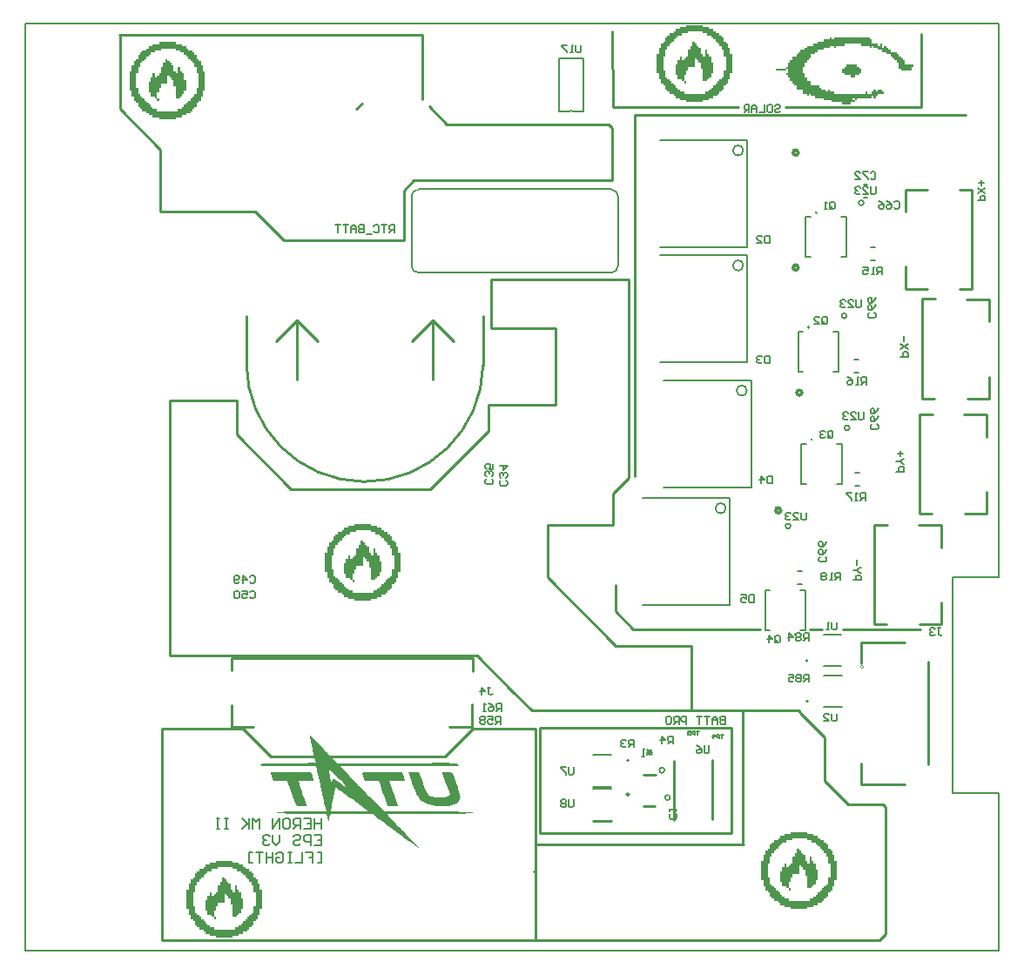
<source format=gbo>
G04*
G04 #@! TF.GenerationSoftware,Altium Limited,Altium Designer,18.1.9 (240)*
G04*
G04 Layer_Color=32896*
%FSLAX44Y44*%
%MOMM*%
G71*
G01*
G75*
%ADD10C,0.2540*%
%ADD11C,0.2000*%
%ADD12C,0.0000*%
%ADD14C,0.1524*%
%ADD16C,0.1520*%
%ADD17C,0.1270*%
%ADD142C,0.3000*%
G36*
X336296Y413512D02*
X342392D01*
Y411480D01*
X346456D01*
Y409448D01*
X348488D01*
Y407416D01*
X352552D01*
Y405384D01*
X354584D01*
Y403352D01*
X356616D01*
Y401320D01*
Y399288D01*
X358648D01*
Y397256D01*
X360680D01*
Y395224D01*
Y393192D01*
X362712D01*
Y391160D01*
Y389128D01*
Y387096D01*
X364744D01*
Y385064D01*
Y383032D01*
Y381000D01*
Y378968D01*
Y376936D01*
Y374904D01*
Y372872D01*
Y370840D01*
Y368808D01*
X362712D01*
Y366776D01*
Y364744D01*
Y362712D01*
X360680D01*
Y360680D01*
Y358648D01*
X358648D01*
Y356616D01*
X356616D01*
Y354584D01*
Y352552D01*
X354584D01*
Y350520D01*
X352552D01*
Y348488D01*
X350520D01*
Y346456D01*
X346456D01*
Y344424D01*
X342392D01*
Y342392D01*
X336296D01*
Y340360D01*
X320040D01*
Y342392D01*
X313944D01*
Y344424D01*
X309880D01*
Y346456D01*
X307848D01*
Y348488D01*
X303784D01*
Y350520D01*
X301752D01*
Y352552D01*
X299720D01*
Y354584D01*
Y356616D01*
X297688D01*
Y358648D01*
X295656D01*
Y360680D01*
Y362712D01*
X293624D01*
Y364744D01*
Y366776D01*
Y368808D01*
X291592D01*
Y370840D01*
Y372872D01*
Y374904D01*
Y376936D01*
Y378968D01*
Y381000D01*
Y383032D01*
Y385064D01*
Y387096D01*
X293624D01*
Y389128D01*
Y391160D01*
Y393192D01*
X295656D01*
Y395224D01*
Y397256D01*
X297688D01*
Y399288D01*
X299720D01*
Y401320D01*
Y403352D01*
X301752D01*
Y405384D01*
X303784D01*
Y407416D01*
X307848D01*
Y409448D01*
X309880D01*
Y411480D01*
X313944D01*
Y413512D01*
X320040D01*
Y415544D01*
X336296D01*
Y413512D01*
D02*
G37*
G36*
X760476Y113792D02*
X766572D01*
Y111760D01*
X770636D01*
Y109728D01*
X772668D01*
Y107696D01*
X776732D01*
Y105664D01*
X778764D01*
Y103632D01*
X780796D01*
Y101600D01*
Y99568D01*
X782828D01*
Y97536D01*
X784860D01*
Y95504D01*
Y93472D01*
X786892D01*
Y91440D01*
Y89408D01*
Y87376D01*
X788924D01*
Y85344D01*
Y83312D01*
Y81280D01*
Y79248D01*
Y77216D01*
Y75184D01*
Y73152D01*
Y71120D01*
Y69088D01*
X786892D01*
Y67056D01*
Y65024D01*
Y62992D01*
X784860D01*
Y60960D01*
Y58928D01*
X782828D01*
Y56896D01*
X780796D01*
Y54864D01*
Y52832D01*
X778764D01*
Y50800D01*
X776732D01*
Y48768D01*
X774700D01*
Y46736D01*
X770636D01*
Y44704D01*
X766572D01*
Y42672D01*
X760476D01*
Y40640D01*
X744220D01*
Y42672D01*
X738124D01*
Y44704D01*
X734060D01*
Y46736D01*
X732028D01*
Y48768D01*
X727964D01*
Y50800D01*
X725932D01*
Y52832D01*
X723900D01*
Y54864D01*
Y56896D01*
X721868D01*
Y58928D01*
X719836D01*
Y60960D01*
Y62992D01*
X717804D01*
Y65024D01*
Y67056D01*
Y69088D01*
X715772D01*
Y71120D01*
Y73152D01*
Y75184D01*
Y77216D01*
Y79248D01*
Y81280D01*
Y83312D01*
Y85344D01*
Y87376D01*
X717804D01*
Y89408D01*
Y91440D01*
Y93472D01*
X719836D01*
Y95504D01*
Y97536D01*
X721868D01*
Y99568D01*
X723900D01*
Y101600D01*
Y103632D01*
X725932D01*
Y105664D01*
X727964D01*
Y107696D01*
X732028D01*
Y109728D01*
X734060D01*
Y111760D01*
X738124D01*
Y113792D01*
X744220D01*
Y115824D01*
X760476D01*
Y113792D01*
D02*
G37*
G36*
X201676Y85852D02*
X207772D01*
Y83820D01*
X211836D01*
Y81788D01*
X213868D01*
Y79756D01*
X217932D01*
Y77724D01*
X219964D01*
Y75692D01*
X221996D01*
Y73660D01*
Y71628D01*
X224028D01*
Y69596D01*
X226060D01*
Y67564D01*
Y65532D01*
X228092D01*
Y63500D01*
Y61468D01*
Y59436D01*
X230124D01*
Y57404D01*
Y55372D01*
Y53340D01*
Y51308D01*
Y49276D01*
Y47244D01*
Y45212D01*
Y43180D01*
Y41148D01*
X228092D01*
Y39116D01*
Y37084D01*
Y35052D01*
X226060D01*
Y33020D01*
Y30988D01*
X224028D01*
Y28956D01*
X221996D01*
Y26924D01*
Y24892D01*
X219964D01*
Y22860D01*
X217932D01*
Y20828D01*
X215900D01*
Y18796D01*
X211836D01*
Y16764D01*
X207772D01*
Y14732D01*
X201676D01*
Y12700D01*
X185420D01*
Y14732D01*
X179324D01*
Y16764D01*
X175260D01*
Y18796D01*
X173228D01*
Y20828D01*
X169164D01*
Y22860D01*
X167132D01*
Y24892D01*
X165100D01*
Y26924D01*
Y28956D01*
X163068D01*
Y30988D01*
X161036D01*
Y33020D01*
Y35052D01*
X159004D01*
Y37084D01*
Y39116D01*
Y41148D01*
X156972D01*
Y43180D01*
Y45212D01*
Y47244D01*
Y49276D01*
Y51308D01*
Y53340D01*
Y55372D01*
Y57404D01*
Y59436D01*
X159004D01*
Y61468D01*
Y63500D01*
Y65532D01*
X161036D01*
Y67564D01*
Y69596D01*
X163068D01*
Y71628D01*
X165100D01*
Y73660D01*
Y75692D01*
X167132D01*
Y77724D01*
X169164D01*
Y79756D01*
X173228D01*
Y81788D01*
X175260D01*
Y83820D01*
X179324D01*
Y85852D01*
X185420D01*
Y87884D01*
X201676D01*
Y85852D01*
D02*
G37*
G36*
X820928Y886460D02*
X822960D01*
Y884428D01*
Y882396D01*
X829056D01*
Y880364D01*
X831088D01*
Y882396D01*
X833120D01*
Y880364D01*
Y878332D01*
X835152D01*
Y880364D01*
X837184D01*
Y878332D01*
X839216D01*
Y876300D01*
X841248D01*
Y874268D01*
X847344D01*
Y872236D01*
X849376D01*
Y870204D01*
X851408D01*
Y868172D01*
X853440D01*
Y866140D01*
X855472D01*
Y864108D01*
Y862076D01*
X863600D01*
Y860044D01*
X861568D01*
Y858012D01*
Y855980D01*
X851408D01*
Y858012D01*
X849376D01*
Y860044D01*
Y862076D01*
Y864108D01*
X847344D01*
Y866140D01*
X845312D01*
Y868172D01*
X843280D01*
Y870204D01*
X841248D01*
Y872236D01*
X837184D01*
Y874268D01*
X833120D01*
Y876300D01*
X829056D01*
Y878332D01*
X824992D01*
Y880364D01*
X822960D01*
Y878332D01*
X820928D01*
Y880364D01*
X812800D01*
Y882396D01*
X796544D01*
Y880364D01*
X788416D01*
Y878332D01*
X786384D01*
Y880364D01*
X782320D01*
Y878332D01*
X776224D01*
Y876300D01*
X770128D01*
Y874268D01*
X768096D01*
Y872236D01*
X764032D01*
Y870204D01*
Y868172D01*
X762000D01*
Y866140D01*
X759968D01*
Y864108D01*
X757936D01*
Y862076D01*
Y860044D01*
X755904D01*
Y858012D01*
Y855980D01*
Y853948D01*
X757936D01*
Y851916D01*
Y849884D01*
X759968D01*
Y847852D01*
Y845820D01*
X764032D01*
Y843788D01*
Y841756D01*
X772160D01*
Y839724D01*
X774192D01*
Y837692D01*
X778256D01*
Y835660D01*
X780288D01*
Y837692D01*
X782320D01*
Y835660D01*
X786384D01*
Y833628D01*
X816864D01*
Y835660D01*
X818896D01*
Y833628D01*
X822960D01*
Y835660D01*
X824992D01*
Y837692D01*
X827024D01*
Y835660D01*
X829056D01*
Y837692D01*
X833120D01*
Y835660D01*
X835152D01*
Y833628D01*
X829056D01*
Y831596D01*
X827024D01*
Y829564D01*
X824992D01*
Y831596D01*
X822960D01*
Y829564D01*
X808736D01*
Y827532D01*
X806704D01*
Y829564D01*
X804672D01*
Y827532D01*
X806704D01*
Y825500D01*
X802640D01*
Y823468D01*
X794512D01*
Y825500D01*
X784352D01*
Y827532D01*
X776224D01*
Y829564D01*
X768096D01*
Y831596D01*
X764032D01*
Y833628D01*
X762000D01*
Y831596D01*
X759968D01*
Y833628D01*
X755904D01*
Y835660D01*
Y837692D01*
X749808D01*
Y839724D01*
Y841756D01*
X747776D01*
Y843788D01*
X745744D01*
Y845820D01*
X743712D01*
Y847852D01*
Y849884D01*
X741680D01*
Y851916D01*
X739648D01*
Y853948D01*
X741680D01*
Y855980D01*
Y858012D01*
X739648D01*
Y860044D01*
X741680D01*
Y862076D01*
Y864108D01*
X743712D01*
Y866140D01*
X745744D01*
Y868172D01*
Y870204D01*
X749808D01*
Y872236D01*
X751840D01*
Y874268D01*
X753872D01*
Y876300D01*
X757936D01*
Y878332D01*
X759968D01*
Y880364D01*
X766064D01*
Y882396D01*
X770128D01*
Y884428D01*
X776224D01*
Y886460D01*
X782320D01*
Y888492D01*
X784352D01*
Y886460D01*
X786384D01*
Y888492D01*
X820928D01*
Y886460D01*
D02*
G37*
G36*
X739648Y855980D02*
X729488D01*
Y858012D01*
X739648D01*
Y855980D01*
D02*
G37*
G36*
X808736Y860044D02*
X810768D01*
Y858012D01*
X812800D01*
Y855980D01*
Y853948D01*
X810768D01*
Y851916D01*
X806704D01*
Y849884D01*
X802640D01*
Y851916D01*
X796544D01*
Y853948D01*
X794512D01*
Y855980D01*
Y858012D01*
X796544D01*
Y860044D01*
X798576D01*
Y862076D01*
X808736D01*
Y860044D01*
D02*
G37*
G36*
X658876Y898652D02*
X664972D01*
Y896620D01*
X669036D01*
Y894588D01*
X671068D01*
Y892556D01*
X675132D01*
Y890524D01*
X677164D01*
Y888492D01*
X679196D01*
Y886460D01*
Y884428D01*
X681228D01*
Y882396D01*
X683260D01*
Y880364D01*
Y878332D01*
X685292D01*
Y876300D01*
Y874268D01*
Y872236D01*
X687324D01*
Y870204D01*
Y868172D01*
Y866140D01*
Y864108D01*
Y862076D01*
Y860044D01*
Y858012D01*
Y855980D01*
Y853948D01*
X685292D01*
Y851916D01*
Y849884D01*
Y847852D01*
X683260D01*
Y845820D01*
Y843788D01*
X681228D01*
Y841756D01*
X679196D01*
Y839724D01*
Y837692D01*
X677164D01*
Y835660D01*
X675132D01*
Y833628D01*
X673100D01*
Y831596D01*
X669036D01*
Y829564D01*
X664972D01*
Y827532D01*
X658876D01*
Y825500D01*
X642620D01*
Y827532D01*
X636524D01*
Y829564D01*
X632460D01*
Y831596D01*
X630428D01*
Y833628D01*
X626364D01*
Y835660D01*
X624332D01*
Y837692D01*
X622300D01*
Y839724D01*
Y841756D01*
X620268D01*
Y843788D01*
X618236D01*
Y845820D01*
Y847852D01*
X616204D01*
Y849884D01*
Y851916D01*
Y853948D01*
X614172D01*
Y855980D01*
Y858012D01*
Y860044D01*
Y862076D01*
Y864108D01*
Y866140D01*
Y868172D01*
Y870204D01*
Y872236D01*
X616204D01*
Y874268D01*
Y876300D01*
Y878332D01*
X618236D01*
Y880364D01*
Y882396D01*
X620268D01*
Y884428D01*
X622300D01*
Y886460D01*
Y888492D01*
X624332D01*
Y890524D01*
X626364D01*
Y892556D01*
X630428D01*
Y894588D01*
X632460D01*
Y896620D01*
X636524D01*
Y898652D01*
X642620D01*
Y900684D01*
X658876D01*
Y898652D01*
D02*
G37*
G36*
X146304Y881888D02*
X152400D01*
Y879856D01*
X156464D01*
Y877824D01*
X158496D01*
Y875792D01*
X162560D01*
Y873760D01*
X164592D01*
Y871728D01*
X166624D01*
Y869696D01*
Y867664D01*
X168656D01*
Y865632D01*
X170688D01*
Y863600D01*
Y861568D01*
X172720D01*
Y859536D01*
Y857504D01*
Y855472D01*
X174752D01*
Y853440D01*
Y851408D01*
Y849376D01*
Y847344D01*
Y845312D01*
Y843280D01*
Y841248D01*
Y839216D01*
Y837184D01*
X172720D01*
Y835152D01*
Y833120D01*
Y831088D01*
X170688D01*
Y829056D01*
Y827024D01*
X168656D01*
Y824992D01*
X166624D01*
Y822960D01*
Y820928D01*
X164592D01*
Y818896D01*
X162560D01*
Y816864D01*
X160528D01*
Y814832D01*
X156464D01*
Y812800D01*
X152400D01*
Y810768D01*
X146304D01*
Y808736D01*
X130048D01*
Y810768D01*
X123952D01*
Y812800D01*
X119888D01*
Y814832D01*
X117856D01*
Y816864D01*
X113792D01*
Y818896D01*
X111760D01*
Y820928D01*
X109728D01*
Y822960D01*
Y824992D01*
X107696D01*
Y827024D01*
X105664D01*
Y829056D01*
Y831088D01*
X103632D01*
Y833120D01*
Y835152D01*
Y837184D01*
X101600D01*
Y839216D01*
Y841248D01*
Y843280D01*
Y845312D01*
Y847344D01*
Y849376D01*
Y851408D01*
Y853440D01*
Y855472D01*
X103632D01*
Y857504D01*
Y859536D01*
Y861568D01*
X105664D01*
Y863600D01*
Y865632D01*
X107696D01*
Y867664D01*
X109728D01*
Y869696D01*
Y871728D01*
X111760D01*
Y873760D01*
X113792D01*
Y875792D01*
X117856D01*
Y877824D01*
X119888D01*
Y879856D01*
X123952D01*
Y881888D01*
X130048D01*
Y883920D01*
X146304D01*
Y881888D01*
D02*
G37*
G36*
X358312Y173924D02*
X361827D01*
X363057Y173748D01*
X364991Y173748D01*
X365694Y173572D01*
X366573D01*
X366924Y173397D01*
X367627Y171112D01*
X368155Y169354D01*
X368682Y168123D01*
X368858Y167069D01*
X369034Y166542D01*
X369209Y166190D01*
Y166014D01*
X369034D01*
X368858Y165839D01*
X367979Y165663D01*
X366749D01*
X365342Y165487D01*
X354093Y165487D01*
X358136Y153710D01*
X362179Y141407D01*
X362003Y141231D01*
X361475Y141055D01*
X360597D01*
X359718Y140879D01*
X352511D01*
X349523Y149668D01*
X348469Y152832D01*
X347590Y155468D01*
X346711Y157577D01*
X346184Y159159D01*
X345832Y160390D01*
X345481Y161269D01*
X345305Y161620D01*
Y161796D01*
X343899Y165311D01*
X342844D01*
X341790Y165487D01*
X333880D01*
X332650Y165663D01*
X330892D01*
X330365Y165839D01*
X330013D01*
X328958Y169354D01*
X328607Y170408D01*
X328255Y171287D01*
X328080Y171990D01*
X327904Y172518D01*
X327728Y173045D01*
Y173221D01*
X327904Y173396D01*
X328607Y173572D01*
X329486D01*
X330716Y173748D01*
X332122D01*
X333880Y173924D01*
X337395D01*
X340911Y174100D01*
X356027D01*
X358312Y173924D01*
D02*
G37*
G36*
X279216Y170408D02*
X279743Y169178D01*
X280095Y168299D01*
X280271Y167420D01*
X280446Y166893D01*
X280622Y166014D01*
Y165839D01*
X280446D01*
X280271Y165663D01*
X278162D01*
X276755Y165487D01*
X267791D01*
X266912Y165311D01*
X265682D01*
Y165135D01*
X265858Y164784D01*
X266033Y164081D01*
X266385Y163378D01*
X266912Y161444D01*
X267615Y159159D01*
X268494Y157050D01*
X269021Y155117D01*
X269373Y154414D01*
X269549Y153886D01*
X269725Y153535D01*
Y153359D01*
X270428Y151426D01*
X271131Y149492D01*
X271658Y148086D01*
X272010Y146680D01*
X272361Y145449D01*
X272713Y144571D01*
X273240Y143164D01*
X273591Y142110D01*
X273767Y141758D01*
Y141407D01*
X273591Y141231D01*
X272888Y141055D01*
X272185D01*
X271131Y140879D01*
X263924D01*
X263221Y142637D01*
X262518Y144571D01*
X261639Y146504D01*
X260936Y148613D01*
X260409Y150371D01*
X259882Y151777D01*
X259530Y152832D01*
X259354Y153007D01*
Y153183D01*
X258300Y156171D01*
X257421Y158632D01*
X256718Y160741D01*
X256190Y162499D01*
X255663Y163729D01*
X255312Y164784D01*
X255136Y165311D01*
Y165487D01*
X241426D01*
X240020Y169881D01*
X238438Y174100D01*
X277634D01*
X279216Y170408D01*
D02*
G37*
G36*
X373252Y174275D02*
X373955D01*
X375713Y174100D01*
X381513D01*
X382392Y173924D01*
X382743D01*
X386610Y163905D01*
X387313Y162147D01*
X387841Y160565D01*
X388895Y158105D01*
X389774Y155996D01*
X390477Y154414D01*
X391004Y153359D01*
X391356Y152832D01*
X391708Y152480D01*
Y152304D01*
X392938Y151250D01*
X394520Y150547D01*
X396278Y150019D01*
X398035Y149668D01*
X399617Y149492D01*
X401023Y149316D01*
X405242D01*
X405945Y149492D01*
X406648D01*
X407527Y149668D01*
X408054D01*
X408933Y149844D01*
X409284D01*
X409987Y150195D01*
X410339D01*
X410866Y150371D01*
X411042Y150547D01*
X411394Y150898D01*
X411569Y151074D01*
X411921Y151426D01*
X412097Y151777D01*
X412272D01*
X412976Y152304D01*
X413151Y152480D01*
X411394Y157050D01*
X409987Y161093D01*
X408581Y164784D01*
X407351Y167948D01*
X406472Y170584D01*
X406121Y171639D01*
X405769Y172518D01*
X405593Y173221D01*
X405418Y173748D01*
X405242Y173924D01*
Y174100D01*
X412097D01*
X413327Y173924D01*
X414382Y173572D01*
X415085Y173397D01*
X415436Y173045D01*
X415788Y172694D01*
X415964Y172518D01*
X417194Y169178D01*
X418249Y166366D01*
X419303Y163729D01*
X420006Y161269D01*
X420709Y159159D01*
X421237Y157402D01*
X421764Y155820D01*
X422116Y154589D01*
X422467Y153359D01*
X422643Y152480D01*
X422818Y151777D01*
Y151074D01*
X422994Y150371D01*
Y150195D01*
X422818Y149141D01*
X422643Y148086D01*
X421764Y146328D01*
X421412Y145625D01*
X421061Y145098D01*
X420885Y144922D01*
X420709Y144746D01*
X419831Y144043D01*
X418776Y143340D01*
X416491Y142461D01*
X413854Y141758D01*
X411218Y141231D01*
X408757Y140879D01*
X406824Y140704D01*
X404890D01*
X400320Y140879D01*
X396453Y141582D01*
X393114Y142461D01*
X390477Y143516D01*
X388368Y144395D01*
X386962Y145274D01*
X386083Y145977D01*
X385732Y146152D01*
X384853Y146856D01*
X383974Y147910D01*
X382392Y150371D01*
X380634Y153183D01*
X379228Y156171D01*
X377998Y158984D01*
X377470Y160214D01*
X377119Y161269D01*
X376767Y162323D01*
X376416Y163026D01*
X376240Y163378D01*
Y163554D01*
X372549Y174451D01*
X373252Y174275D01*
D02*
G37*
G36*
X276931Y209956D02*
X277458Y209605D01*
X278689Y208550D01*
X279743Y207320D01*
X280095Y206968D01*
X280271Y206792D01*
X282731Y204332D01*
X285192Y201695D01*
X286247Y200641D01*
X287126Y199762D01*
X287653Y199234D01*
X287829Y199059D01*
X289411Y197477D01*
X290641Y196246D01*
X291696Y195192D01*
X292399Y194313D01*
X293102Y193610D01*
X293453Y193258D01*
X293805Y192907D01*
X304175Y182537D01*
X375537Y182537D01*
X379404Y182712D01*
X394520D01*
X396278Y182888D01*
X411394D01*
X413854Y182712D01*
X415612D01*
X417018Y182537D01*
X417897D01*
X418424Y182361D01*
X418600D01*
X419655Y182185D01*
X420358Y181833D01*
X421061Y181482D01*
X421412Y180955D01*
X421764Y180427D01*
Y180076D01*
X414733D01*
X412800Y179900D01*
X306284Y179900D01*
X315249Y170584D01*
X316303Y169530D01*
X317709Y168123D01*
X319291Y166366D01*
X320873Y164784D01*
X322455Y163026D01*
X323861Y161620D01*
X324740Y160741D01*
X324916Y160565D01*
X325092Y160390D01*
X327728Y157577D01*
X330189Y155117D01*
X332122Y153007D01*
X333704Y151426D01*
X334935Y150019D01*
X335813Y149141D01*
X336341Y148613D01*
X336516Y148438D01*
X349523Y135606D01*
X410339Y135606D01*
X413151Y135431D01*
X420534D01*
X422467Y135255D01*
X426158D01*
X428970Y135079D01*
X431431D01*
X433189Y134903D01*
X434595Y134728D01*
X435474D01*
X436177Y134552D01*
X436529D01*
X436704Y134376D01*
X436880D01*
X436704Y134200D01*
X436353D01*
X435825Y134024D01*
X434068D01*
X433013Y133849D01*
X430201D01*
X427037Y133673D01*
X423522Y133497D01*
X411921D01*
X408054Y133322D01*
X351984Y133321D01*
X353039Y132091D01*
X353390Y131564D01*
X353918Y130861D01*
X354796Y129982D01*
X355851Y128927D01*
X358136Y126291D01*
X360948Y123478D01*
X363585Y120666D01*
X364639Y119436D01*
X365870Y118381D01*
X366749Y117502D01*
X367452Y116799D01*
X367803Y116272D01*
X367979Y116096D01*
X370440Y113635D01*
X372549Y111526D01*
X374307Y109593D01*
X375888Y107835D01*
X377295Y106605D01*
X378525Y105374D01*
X379404Y104320D01*
X380107Y103617D01*
X381161Y102562D01*
X381689Y102035D01*
X382040Y101683D01*
X382743Y100804D01*
X383271Y100277D01*
X383974Y99398D01*
X384062Y99310D01*
X384501Y99047D01*
X384325D01*
X384062Y99310D01*
X382743Y100101D01*
X374307Y106077D01*
X370264Y109066D01*
X366397Y111878D01*
X362706Y114514D01*
X359190Y116975D01*
X356027Y119436D01*
X352863Y121721D01*
X350226Y123830D01*
X347766Y125588D01*
X345656Y127345D01*
X343899Y128576D01*
X342493Y129806D01*
X341438Y130509D01*
X340735Y131036D01*
X340559Y131212D01*
X337571Y133321D01*
X297144D01*
X296266Y131564D01*
X295914Y129806D01*
X295738Y129103D01*
Y128400D01*
Y128048D01*
Y127873D01*
Y127345D01*
X295562Y126818D01*
X295387Y126467D01*
X295211Y126291D01*
X295035Y126467D01*
X294684Y126994D01*
X294332Y128224D01*
X293981Y129279D01*
X293805Y129630D01*
Y129806D01*
X293277Y133146D01*
X269197Y133321D01*
X264803D01*
X261112Y133497D01*
X257772Y133673D01*
X254960D01*
X252499Y133849D01*
X250566D01*
X248984Y134024D01*
X247578Y134200D01*
X246699D01*
X245820Y134376D01*
X245293Y134552D01*
X244941D01*
X244590Y134728D01*
X244941Y134903D01*
X245644Y135079D01*
X246875D01*
X248281Y135255D01*
X250214D01*
X252148Y135431D01*
X256542D01*
X261112Y135606D01*
X292750D01*
X290817Y144395D01*
X290289Y147031D01*
X289762Y149492D01*
X288708Y153886D01*
X288004Y157577D01*
X287301Y160741D01*
X286774Y163026D01*
X286423Y164608D01*
X286071Y165663D01*
Y166014D01*
X285544Y168123D01*
X285192Y169881D01*
X284841Y171463D01*
X284489Y172869D01*
X284138Y174100D01*
X283962Y175330D01*
X283610Y176912D01*
X283435Y178142D01*
X283259Y178845D01*
Y179197D01*
Y179373D01*
X282907Y179548D01*
X280798D01*
X279040Y179724D01*
X274646D01*
X269549Y179900D01*
X232462D01*
X231231Y180076D01*
X230353Y180252D01*
X229825Y180427D01*
X229298Y180603D01*
X228946Y180955D01*
Y181130D01*
X229122Y181482D01*
X229474Y181833D01*
X230704Y182185D01*
X231935Y182361D01*
X235801D01*
X237559Y182537D01*
X268143D01*
X271131Y182712D01*
X273767D01*
X276052Y182888D01*
X277810D01*
X279216Y183064D01*
X281150D01*
X281677Y183239D01*
X282204D01*
X282556Y183415D01*
X280622Y190973D01*
X280446Y191852D01*
X280271Y192731D01*
X279743Y195016D01*
X279568Y195895D01*
X279392Y196774D01*
X279216Y197301D01*
Y197477D01*
X278864Y199059D01*
X278513Y200289D01*
X278337Y201519D01*
X278162Y202222D01*
Y202926D01*
X277986Y203277D01*
Y203629D01*
X277634Y204683D01*
X277458Y205738D01*
X277283Y206441D01*
Y206617D01*
X276931Y207671D01*
X276755Y208550D01*
Y209077D01*
Y209253D01*
Y210132D01*
X276931Y209956D01*
D02*
G37*
%LPC*%
G36*
X336296Y409448D02*
X322072D01*
Y407416D01*
X315976D01*
Y405384D01*
X311912D01*
Y403352D01*
X309880D01*
Y401320D01*
X307848D01*
Y399288D01*
X305816D01*
Y397256D01*
X303784D01*
Y395224D01*
X301752D01*
Y393192D01*
Y391160D01*
X299720D01*
Y389128D01*
Y387096D01*
Y385064D01*
X297688D01*
Y383032D01*
Y381000D01*
Y378968D01*
Y376936D01*
Y374904D01*
Y372872D01*
Y370840D01*
X299720D01*
Y368808D01*
Y366776D01*
Y364744D01*
X301752D01*
Y362712D01*
X303784D01*
Y360680D01*
X305816D01*
Y358648D01*
X307848D01*
Y356616D01*
X309880D01*
Y354584D01*
X311912D01*
Y352552D01*
X313944D01*
Y350520D01*
X318008D01*
Y348488D01*
X338328D01*
Y350520D01*
X342392D01*
Y352552D01*
X344424D01*
Y354584D01*
X346456D01*
Y356616D01*
X348488D01*
Y358648D01*
X350520D01*
Y360680D01*
X352552D01*
Y362712D01*
X354584D01*
Y364744D01*
X356616D01*
Y366776D01*
Y368808D01*
Y370840D01*
X358648D01*
Y372872D01*
Y374904D01*
Y376936D01*
Y378968D01*
Y381000D01*
Y383032D01*
Y385064D01*
X356616D01*
Y387096D01*
Y389128D01*
Y391160D01*
X354584D01*
Y393192D01*
Y395224D01*
X352552D01*
Y397256D01*
X350520D01*
Y399288D01*
X348488D01*
Y401320D01*
X346456D01*
Y403352D01*
X344424D01*
Y405384D01*
X340360D01*
Y407416D01*
X336296D01*
Y409448D01*
D02*
G37*
%LPD*%
G36*
X328168Y397256D02*
X330200D01*
Y395224D01*
X332232D01*
Y393192D01*
X334264D01*
Y391160D01*
Y389128D01*
Y387096D01*
X336296D01*
Y385064D01*
X338328D01*
Y387096D01*
Y389128D01*
Y391160D01*
X340360D01*
Y389128D01*
Y387096D01*
X342392D01*
Y385064D01*
X344424D01*
Y383032D01*
Y381000D01*
Y378968D01*
X346456D01*
Y376936D01*
Y374904D01*
Y372872D01*
Y370840D01*
Y368808D01*
X344424D01*
Y366776D01*
Y364744D01*
X342392D01*
Y362712D01*
X340360D01*
Y360680D01*
X336296D01*
Y362712D01*
Y364744D01*
Y366776D01*
Y368808D01*
Y370840D01*
Y372872D01*
X334264D01*
Y374904D01*
Y376936D01*
Y378968D01*
X332232D01*
Y381000D01*
X330200D01*
Y383032D01*
X328168D01*
Y381000D01*
Y378968D01*
Y376936D01*
Y374904D01*
X322072D01*
Y372872D01*
Y370840D01*
X320040D01*
Y368808D01*
Y366776D01*
X318008D01*
Y364744D01*
Y362712D01*
Y360680D01*
X320040D01*
Y358648D01*
X318008D01*
Y360680D01*
X315976D01*
Y362712D01*
X311912D01*
Y364744D01*
Y366776D01*
X309880D01*
Y368808D01*
Y370840D01*
Y372872D01*
Y374904D01*
Y376936D01*
X311912D01*
Y378968D01*
Y381000D01*
X313944D01*
Y383032D01*
Y385064D01*
X315976D01*
Y383032D01*
Y381000D01*
X318008D01*
Y383032D01*
X320040D01*
Y385064D01*
X322072D01*
Y387096D01*
Y389128D01*
Y391160D01*
X324104D01*
Y393192D01*
Y395224D01*
X326136D01*
Y397256D01*
Y399288D01*
X328168D01*
Y397256D01*
D02*
G37*
%LPC*%
G36*
X760476Y109728D02*
X746252D01*
Y107696D01*
X740156D01*
Y105664D01*
X736092D01*
Y103632D01*
X734060D01*
Y101600D01*
X732028D01*
Y99568D01*
X729996D01*
Y97536D01*
X727964D01*
Y95504D01*
X725932D01*
Y93472D01*
Y91440D01*
X723900D01*
Y89408D01*
Y87376D01*
Y85344D01*
X721868D01*
Y83312D01*
Y81280D01*
Y79248D01*
Y77216D01*
Y75184D01*
Y73152D01*
Y71120D01*
X723900D01*
Y69088D01*
Y67056D01*
Y65024D01*
X725932D01*
Y62992D01*
X727964D01*
Y60960D01*
X729996D01*
Y58928D01*
X732028D01*
Y56896D01*
X734060D01*
Y54864D01*
X736092D01*
Y52832D01*
X738124D01*
Y50800D01*
X742188D01*
Y48768D01*
X762508D01*
Y50800D01*
X766572D01*
Y52832D01*
X768604D01*
Y54864D01*
X770636D01*
Y56896D01*
X772668D01*
Y58928D01*
X774700D01*
Y60960D01*
X776732D01*
Y62992D01*
X778764D01*
Y65024D01*
X780796D01*
Y67056D01*
Y69088D01*
Y71120D01*
X782828D01*
Y73152D01*
Y75184D01*
Y77216D01*
Y79248D01*
Y81280D01*
Y83312D01*
Y85344D01*
X780796D01*
Y87376D01*
Y89408D01*
Y91440D01*
X778764D01*
Y93472D01*
Y95504D01*
X776732D01*
Y97536D01*
X774700D01*
Y99568D01*
X772668D01*
Y101600D01*
X770636D01*
Y103632D01*
X768604D01*
Y105664D01*
X764540D01*
Y107696D01*
X760476D01*
Y109728D01*
D02*
G37*
%LPD*%
G36*
X752348Y97536D02*
X754380D01*
Y95504D01*
X756412D01*
Y93472D01*
X758444D01*
Y91440D01*
Y89408D01*
Y87376D01*
X760476D01*
Y85344D01*
X762508D01*
Y87376D01*
Y89408D01*
Y91440D01*
X764540D01*
Y89408D01*
Y87376D01*
X766572D01*
Y85344D01*
X768604D01*
Y83312D01*
Y81280D01*
Y79248D01*
X770636D01*
Y77216D01*
Y75184D01*
Y73152D01*
Y71120D01*
Y69088D01*
X768604D01*
Y67056D01*
Y65024D01*
X766572D01*
Y62992D01*
X764540D01*
Y60960D01*
X760476D01*
Y62992D01*
Y65024D01*
Y67056D01*
Y69088D01*
Y71120D01*
Y73152D01*
X758444D01*
Y75184D01*
Y77216D01*
Y79248D01*
X756412D01*
Y81280D01*
X754380D01*
Y83312D01*
X752348D01*
Y81280D01*
Y79248D01*
Y77216D01*
Y75184D01*
X746252D01*
Y73152D01*
Y71120D01*
X744220D01*
Y69088D01*
Y67056D01*
X742188D01*
Y65024D01*
Y62992D01*
Y60960D01*
X744220D01*
Y58928D01*
X742188D01*
Y60960D01*
X740156D01*
Y62992D01*
X736092D01*
Y65024D01*
Y67056D01*
X734060D01*
Y69088D01*
Y71120D01*
Y73152D01*
Y75184D01*
Y77216D01*
X736092D01*
Y79248D01*
Y81280D01*
X738124D01*
Y83312D01*
Y85344D01*
X740156D01*
Y83312D01*
Y81280D01*
X742188D01*
Y83312D01*
X744220D01*
Y85344D01*
X746252D01*
Y87376D01*
Y89408D01*
Y91440D01*
X748284D01*
Y93472D01*
Y95504D01*
X750316D01*
Y97536D01*
Y99568D01*
X752348D01*
Y97536D01*
D02*
G37*
%LPC*%
G36*
X201676Y81788D02*
X187452D01*
Y79756D01*
X181356D01*
Y77724D01*
X177292D01*
Y75692D01*
X175260D01*
Y73660D01*
X173228D01*
Y71628D01*
X171196D01*
Y69596D01*
X169164D01*
Y67564D01*
X167132D01*
Y65532D01*
Y63500D01*
X165100D01*
Y61468D01*
Y59436D01*
Y57404D01*
X163068D01*
Y55372D01*
Y53340D01*
Y51308D01*
Y49276D01*
Y47244D01*
Y45212D01*
Y43180D01*
X165100D01*
Y41148D01*
Y39116D01*
Y37084D01*
X167132D01*
Y35052D01*
X169164D01*
Y33020D01*
X171196D01*
Y30988D01*
X173228D01*
Y28956D01*
X175260D01*
Y26924D01*
X177292D01*
Y24892D01*
X179324D01*
Y22860D01*
X183388D01*
Y20828D01*
X203708D01*
Y22860D01*
X207772D01*
Y24892D01*
X209804D01*
Y26924D01*
X211836D01*
Y28956D01*
X213868D01*
Y30988D01*
X215900D01*
Y33020D01*
X217932D01*
Y35052D01*
X219964D01*
Y37084D01*
X221996D01*
Y39116D01*
Y41148D01*
Y43180D01*
X224028D01*
Y45212D01*
Y47244D01*
Y49276D01*
Y51308D01*
Y53340D01*
Y55372D01*
Y57404D01*
X221996D01*
Y59436D01*
Y61468D01*
Y63500D01*
X219964D01*
Y65532D01*
Y67564D01*
X217932D01*
Y69596D01*
X215900D01*
Y71628D01*
X213868D01*
Y73660D01*
X211836D01*
Y75692D01*
X209804D01*
Y77724D01*
X205740D01*
Y79756D01*
X201676D01*
Y81788D01*
D02*
G37*
%LPD*%
G36*
X193548Y69596D02*
X195580D01*
Y67564D01*
X197612D01*
Y65532D01*
X199644D01*
Y63500D01*
Y61468D01*
Y59436D01*
X201676D01*
Y57404D01*
X203708D01*
Y59436D01*
Y61468D01*
Y63500D01*
X205740D01*
Y61468D01*
Y59436D01*
X207772D01*
Y57404D01*
X209804D01*
Y55372D01*
Y53340D01*
Y51308D01*
X211836D01*
Y49276D01*
Y47244D01*
Y45212D01*
Y43180D01*
Y41148D01*
X209804D01*
Y39116D01*
Y37084D01*
X207772D01*
Y35052D01*
X205740D01*
Y33020D01*
X201676D01*
Y35052D01*
Y37084D01*
Y39116D01*
Y41148D01*
Y43180D01*
Y45212D01*
X199644D01*
Y47244D01*
Y49276D01*
Y51308D01*
X197612D01*
Y53340D01*
X195580D01*
Y55372D01*
X193548D01*
Y53340D01*
Y51308D01*
Y49276D01*
Y47244D01*
X187452D01*
Y45212D01*
Y43180D01*
X185420D01*
Y41148D01*
Y39116D01*
X183388D01*
Y37084D01*
Y35052D01*
Y33020D01*
X185420D01*
Y30988D01*
X183388D01*
Y33020D01*
X181356D01*
Y35052D01*
X177292D01*
Y37084D01*
Y39116D01*
X175260D01*
Y41148D01*
Y43180D01*
Y45212D01*
Y47244D01*
Y49276D01*
X177292D01*
Y51308D01*
Y53340D01*
X179324D01*
Y55372D01*
Y57404D01*
X181356D01*
Y55372D01*
Y53340D01*
X183388D01*
Y55372D01*
X185420D01*
Y57404D01*
X187452D01*
Y59436D01*
Y61468D01*
Y63500D01*
X189484D01*
Y65532D01*
Y67564D01*
X191516D01*
Y69596D01*
Y71628D01*
X193548D01*
Y69596D01*
D02*
G37*
%LPC*%
G36*
X658876Y894588D02*
X644652D01*
Y892556D01*
X638556D01*
Y890524D01*
X634492D01*
Y888492D01*
X632460D01*
Y886460D01*
X630428D01*
Y884428D01*
X628396D01*
Y882396D01*
X626364D01*
Y880364D01*
X624332D01*
Y878332D01*
Y876300D01*
X622300D01*
Y874268D01*
Y872236D01*
Y870204D01*
X620268D01*
Y868172D01*
Y866140D01*
Y864108D01*
Y862076D01*
Y860044D01*
Y858012D01*
Y855980D01*
X622300D01*
Y853948D01*
Y851916D01*
Y849884D01*
X624332D01*
Y847852D01*
X626364D01*
Y845820D01*
X628396D01*
Y843788D01*
X630428D01*
Y841756D01*
X632460D01*
Y839724D01*
X634492D01*
Y837692D01*
X636524D01*
Y835660D01*
X640588D01*
Y833628D01*
X660908D01*
Y835660D01*
X664972D01*
Y837692D01*
X667004D01*
Y839724D01*
X669036D01*
Y841756D01*
X671068D01*
Y843788D01*
X673100D01*
Y845820D01*
X675132D01*
Y847852D01*
X677164D01*
Y849884D01*
X679196D01*
Y851916D01*
Y853948D01*
Y855980D01*
X681228D01*
Y858012D01*
Y860044D01*
Y862076D01*
Y864108D01*
Y866140D01*
Y868172D01*
Y870204D01*
X679196D01*
Y872236D01*
Y874268D01*
Y876300D01*
X677164D01*
Y878332D01*
Y880364D01*
X675132D01*
Y882396D01*
X673100D01*
Y884428D01*
X671068D01*
Y886460D01*
X669036D01*
Y888492D01*
X667004D01*
Y890524D01*
X662940D01*
Y892556D01*
X658876D01*
Y894588D01*
D02*
G37*
%LPD*%
G36*
X650748Y882396D02*
X652780D01*
Y880364D01*
X654812D01*
Y878332D01*
X656844D01*
Y876300D01*
Y874268D01*
Y872236D01*
X658876D01*
Y870204D01*
X660908D01*
Y872236D01*
Y874268D01*
Y876300D01*
X662940D01*
Y874268D01*
Y872236D01*
X664972D01*
Y870204D01*
X667004D01*
Y868172D01*
Y866140D01*
Y864108D01*
X669036D01*
Y862076D01*
Y860044D01*
Y858012D01*
Y855980D01*
Y853948D01*
X667004D01*
Y851916D01*
Y849884D01*
X664972D01*
Y847852D01*
X662940D01*
Y845820D01*
X658876D01*
Y847852D01*
Y849884D01*
Y851916D01*
Y853948D01*
Y855980D01*
Y858012D01*
X656844D01*
Y860044D01*
Y862076D01*
Y864108D01*
X654812D01*
Y866140D01*
X652780D01*
Y868172D01*
X650748D01*
Y866140D01*
Y864108D01*
Y862076D01*
Y860044D01*
X644652D01*
Y858012D01*
Y855980D01*
X642620D01*
Y853948D01*
Y851916D01*
X640588D01*
Y849884D01*
Y847852D01*
Y845820D01*
X642620D01*
Y843788D01*
X640588D01*
Y845820D01*
X638556D01*
Y847852D01*
X634492D01*
Y849884D01*
Y851916D01*
X632460D01*
Y853948D01*
Y855980D01*
Y858012D01*
Y860044D01*
Y862076D01*
X634492D01*
Y864108D01*
Y866140D01*
X636524D01*
Y868172D01*
Y870204D01*
X638556D01*
Y868172D01*
Y866140D01*
X640588D01*
Y868172D01*
X642620D01*
Y870204D01*
X644652D01*
Y872236D01*
Y874268D01*
Y876300D01*
X646684D01*
Y878332D01*
Y880364D01*
X648716D01*
Y882396D01*
Y884428D01*
X650748D01*
Y882396D01*
D02*
G37*
%LPC*%
G36*
X146304Y877824D02*
X132080D01*
Y875792D01*
X125984D01*
Y873760D01*
X121920D01*
Y871728D01*
X119888D01*
Y869696D01*
X117856D01*
Y867664D01*
X115824D01*
Y865632D01*
X113792D01*
Y863600D01*
X111760D01*
Y861568D01*
Y859536D01*
X109728D01*
Y857504D01*
Y855472D01*
Y853440D01*
X107696D01*
Y851408D01*
Y849376D01*
Y847344D01*
Y845312D01*
Y843280D01*
Y841248D01*
Y839216D01*
X109728D01*
Y837184D01*
Y835152D01*
Y833120D01*
X111760D01*
Y831088D01*
X113792D01*
Y829056D01*
X115824D01*
Y827024D01*
X117856D01*
Y824992D01*
X119888D01*
Y822960D01*
X121920D01*
Y820928D01*
X123952D01*
Y818896D01*
X128016D01*
Y816864D01*
X148336D01*
Y818896D01*
X152400D01*
Y820928D01*
X154432D01*
Y822960D01*
X156464D01*
Y824992D01*
X158496D01*
Y827024D01*
X160528D01*
Y829056D01*
X162560D01*
Y831088D01*
X164592D01*
Y833120D01*
X166624D01*
Y835152D01*
Y837184D01*
Y839216D01*
X168656D01*
Y841248D01*
Y843280D01*
Y845312D01*
Y847344D01*
Y849376D01*
Y851408D01*
Y853440D01*
X166624D01*
Y855472D01*
Y857504D01*
Y859536D01*
X164592D01*
Y861568D01*
Y863600D01*
X162560D01*
Y865632D01*
X160528D01*
Y867664D01*
X158496D01*
Y869696D01*
X156464D01*
Y871728D01*
X154432D01*
Y873760D01*
X150368D01*
Y875792D01*
X146304D01*
Y877824D01*
D02*
G37*
%LPD*%
G36*
X138176Y865632D02*
X140208D01*
Y863600D01*
X142240D01*
Y861568D01*
X144272D01*
Y859536D01*
Y857504D01*
Y855472D01*
X146304D01*
Y853440D01*
X148336D01*
Y855472D01*
Y857504D01*
Y859536D01*
X150368D01*
Y857504D01*
Y855472D01*
X152400D01*
Y853440D01*
X154432D01*
Y851408D01*
Y849376D01*
Y847344D01*
X156464D01*
Y845312D01*
Y843280D01*
Y841248D01*
Y839216D01*
Y837184D01*
X154432D01*
Y835152D01*
Y833120D01*
X152400D01*
Y831088D01*
X150368D01*
Y829056D01*
X146304D01*
Y831088D01*
Y833120D01*
Y835152D01*
Y837184D01*
Y839216D01*
Y841248D01*
X144272D01*
Y843280D01*
Y845312D01*
Y847344D01*
X142240D01*
Y849376D01*
X140208D01*
Y851408D01*
X138176D01*
Y849376D01*
Y847344D01*
Y845312D01*
Y843280D01*
X132080D01*
Y841248D01*
Y839216D01*
X130048D01*
Y837184D01*
Y835152D01*
X128016D01*
Y833120D01*
Y831088D01*
Y829056D01*
X130048D01*
Y827024D01*
X128016D01*
Y829056D01*
X125984D01*
Y831088D01*
X121920D01*
Y833120D01*
Y835152D01*
X119888D01*
Y837184D01*
Y839216D01*
Y841248D01*
Y843280D01*
Y845312D01*
X121920D01*
Y847344D01*
Y849376D01*
X123952D01*
Y851408D01*
Y853440D01*
X125984D01*
Y851408D01*
Y849376D01*
X128016D01*
Y851408D01*
X130048D01*
Y853440D01*
X132080D01*
Y855472D01*
Y857504D01*
Y859536D01*
X134112D01*
Y861568D01*
Y863600D01*
X136144D01*
Y865632D01*
Y867664D01*
X138176D01*
Y865632D01*
D02*
G37*
%LPC*%
G36*
X295211Y176912D02*
Y176385D01*
X295387Y175506D01*
X295562Y174275D01*
X295914Y173045D01*
X296090Y171815D01*
X296441Y170936D01*
X296617Y170233D01*
Y169881D01*
X296793Y169354D01*
Y168651D01*
Y168123D01*
Y167948D01*
X297144Y166717D01*
X297496Y165839D01*
X297672Y165487D01*
Y165311D01*
Y164784D01*
X297847Y164608D01*
X298023D01*
X298199Y165135D01*
X298375Y165311D01*
X298726Y166190D01*
X299078Y166893D01*
X299429Y167245D01*
X299605Y167596D01*
X299957Y167948D01*
X300133Y167772D01*
X300660Y167596D01*
X301890Y166717D01*
X303120Y165839D01*
X303472Y165663D01*
X303648Y165487D01*
X304702Y164784D01*
X305757Y164081D01*
X306460Y163554D01*
X306636Y163378D01*
X307515Y162675D01*
X308218Y161972D01*
X308745Y161620D01*
X308921Y161444D01*
X309975Y160565D01*
X310327Y160214D01*
X310503Y160038D01*
X310854Y159687D01*
X311206Y159511D01*
X311382D01*
X311733Y159335D01*
X311557Y160214D01*
X311030Y161269D01*
X310151Y162499D01*
X309097Y163729D01*
X307866Y165135D01*
X306460Y166717D01*
X303472Y169705D01*
X300484Y172342D01*
X299078Y173572D01*
X297847Y174803D01*
X296793Y175681D01*
X295914Y176385D01*
X295387Y176736D01*
X295211Y176912D01*
D02*
G37*
G36*
X301714Y158984D02*
X301539Y158808D01*
Y158456D01*
X301363Y157929D01*
X301187Y157226D01*
X300835Y155292D01*
X300308Y153183D01*
X299957Y150898D01*
X299605Y149141D01*
X299429Y148262D01*
X299254Y147734D01*
Y147383D01*
Y147207D01*
X297144Y135782D01*
X306284Y135606D01*
X324740D01*
X334056Y135782D01*
X318237Y147383D01*
X315424Y149492D01*
X312964Y151250D01*
X310854Y152832D01*
X309097Y154062D01*
X307515Y155292D01*
X306109Y156171D01*
X305054Y156874D01*
X304175Y157577D01*
X303296Y158105D01*
X302769Y158456D01*
X302066Y158808D01*
X301714Y158984D01*
D02*
G37*
%LPD*%
D10*
X215186Y571500D02*
G03*
X445199Y569659I115014J0D01*
G01*
X586954Y152240D02*
G03*
X586954Y152240I-1000J0D01*
G01*
X586740Y459740D02*
Y464820D01*
X571754Y444754D02*
X586740Y459740D01*
X571754Y414020D02*
Y444754D01*
X515874Y586740D02*
Y596900D01*
Y606044D01*
X871220Y820420D02*
Y892240D01*
X739140Y820645D02*
X871220Y820420D01*
X571743D02*
X693420D01*
X570863Y894072D02*
X571743Y820420D01*
X92202Y818765D02*
X131654Y779313D01*
Y718820D02*
Y779313D01*
Y718820D02*
X223520D01*
X251460Y690880D01*
X367997D01*
Y739648D01*
X321941Y818765D02*
X327660Y824484D01*
X386080Y828638D02*
Y880618D01*
X592973Y812873D02*
X914400D01*
X215201Y569659D02*
Y617220D01*
X445201Y569659D02*
Y617220D01*
X396242Y555672D02*
Y612951D01*
X416562Y592632D01*
X375922Y592632D02*
X396242Y612951D01*
X264158D02*
X284478Y592632D01*
X243838Y592632D02*
X264158Y612951D01*
Y555672D02*
Y612951D01*
X377649Y749300D02*
X570992Y749300D01*
Y800862D01*
X567687Y804167D02*
X570992Y800862D01*
X410210Y804167D02*
X567687D01*
X392941Y821436D02*
X410210Y804167D01*
X392938Y821436D02*
X392941D01*
X386080Y880618D02*
Y891286D01*
X91694D02*
X386080D01*
X91694D02*
X92202Y890778D01*
Y818765D02*
Y890778D01*
X367997Y739648D02*
X377649Y749300D01*
X435356Y216154D02*
X496062D01*
X408178Y188976D02*
X435356Y216154D01*
X133604D02*
X211836D01*
X239014Y188976D01*
X133096Y10922D02*
Y17526D01*
X496062Y103886D02*
Y216154D01*
X133096Y10922D02*
X496570D01*
X133096Y17526D02*
Y216662D01*
X133604Y216154D01*
X239014Y188976D02*
X408178D01*
X647446Y233800D02*
Y286512D01*
Y297046D01*
X752022Y233800D02*
X753872Y231950D01*
X697858Y233800D02*
X752022D01*
X753872Y231902D02*
Y231950D01*
Y231902D02*
X777676Y208098D01*
Y165354D02*
Y208098D01*
Y165354D02*
X800536Y142494D01*
X833882D01*
X836168Y140208D01*
Y16510D02*
Y140208D01*
X830580Y10922D02*
X836168Y16510D01*
X496570Y10922D02*
X830580D01*
X496062Y11430D02*
X496570Y10922D01*
X496062Y11430D02*
Y78486D01*
X494792Y77216D02*
X496062Y78486D01*
Y103886D01*
X698246D01*
X697858Y104274D02*
X698246Y103886D01*
X697858Y104274D02*
Y233800D01*
X140716Y535178D02*
X142494D01*
X140716Y287020D02*
Y535178D01*
X142494D02*
X205486D01*
X452882Y605790D02*
Y652780D01*
X450850Y505968D02*
Y531114D01*
X452882Y605790D02*
X453136Y606044D01*
X515874D01*
Y531114D02*
Y586740D01*
X450850Y531114D02*
X515874D01*
X574174Y297046D02*
X647446D01*
X508000Y363220D02*
X574174Y297046D01*
X508000Y363220D02*
Y414020D01*
X571754D01*
X586740Y464820D02*
Y652780D01*
X492640Y233800D02*
X697858D01*
X473456Y252984D02*
X492640Y233800D01*
X439420Y287020D02*
X473456Y252984D01*
X140716Y287020D02*
X439420D01*
X205486Y502158D02*
Y535178D01*
Y502158D02*
X258572Y449072D01*
X393954D01*
X409702Y464820D01*
X450850Y505968D01*
X452882Y652780D02*
X586740D01*
X877832Y181680D02*
Y281310D01*
X813062Y161930D02*
Y182250D01*
Y161930D02*
X854972D01*
X813062Y280040D02*
Y300360D01*
X854972D01*
X500700Y114300D02*
Y115100D01*
Y114300D02*
X687100D01*
X500700Y217000D02*
X504100D01*
X500700Y115100D02*
Y217000D01*
X504100D02*
X687100D01*
Y114300D02*
Y217000D01*
X763100Y313000D02*
X774600D01*
X794700D02*
X870300D01*
X663100D02*
X714300D01*
X574040Y330200D02*
Y355600D01*
X591240Y313000D02*
X663100D01*
X574040Y330200D02*
X591240Y313000D01*
X592973Y461793D02*
X592973Y812873D01*
X825778Y317818D02*
Y414528D01*
X838010D01*
X825778Y317818D02*
X837628D01*
X890778D02*
Y339090D01*
X869506Y317818D02*
X890778D01*
X868870Y414274D02*
X890778D01*
Y392494D02*
Y414274D01*
X869720Y425468D02*
Y522178D01*
X881952D01*
X869720Y425468D02*
X881570D01*
X934720D02*
Y446740D01*
X913448Y425468D02*
X934720D01*
X912812Y521924D02*
X934720D01*
Y500144D02*
Y521924D01*
X872260Y537428D02*
Y634138D01*
X884492D01*
X872260Y537428D02*
X884110D01*
X937260D02*
Y558700D01*
X915988Y537428D02*
X937260D01*
X915352Y633884D02*
X937260D01*
Y612104D02*
Y633884D01*
X920726Y643482D02*
Y740192D01*
X908494Y643482D02*
X920726D01*
X908876Y740192D02*
X920726D01*
X855726Y718920D02*
Y740192D01*
X876998D01*
X855726Y643736D02*
X877634D01*
X855726D02*
Y665516D01*
X631205Y127674D02*
Y185078D01*
X668049Y128182D02*
Y185586D01*
X552154Y126540D02*
X569754D01*
X601131Y140970D02*
X612431D01*
X601385Y171450D02*
X612735D01*
X412368Y218158D02*
X434148D01*
Y240066D01*
X200596Y217650D02*
Y238922D01*
Y217650D02*
X221868D01*
X200850Y272578D02*
Y284428D01*
X435482Y272196D02*
Y284428D01*
X200850D02*
X435482D01*
D11*
X815404Y727620D02*
G03*
X815404Y727620I-2500J0D01*
G01*
X761238Y242960D02*
G03*
X761238Y242960I-1000J0D01*
G01*
X760918Y282120D02*
G03*
X760918Y282120I-1000J0D01*
G01*
X744264Y413232D02*
G03*
X744264Y413232I-2500J0D01*
G01*
X801584Y508831D02*
G03*
X801584Y508831I-2500J0D01*
G01*
X798796Y617710D02*
G03*
X798796Y617710I-2500J0D01*
G01*
X532369Y816233D02*
G03*
X529119Y816233I-1625J0D01*
G01*
X627102Y149264D02*
G03*
X627102Y149264I-2500J0D01*
G01*
X586954Y185180D02*
G03*
X586954Y185180I-1000J0D01*
G01*
X621665Y175768D02*
G03*
X621665Y175768I-2500J0D01*
G01*
X815137Y732890D02*
X819137D01*
X815137Y745390D02*
X819137D01*
X519094Y816233D02*
Y868233D01*
X542394D01*
Y816233D02*
Y868233D01*
X532369Y816233D02*
X542394D01*
X519094D02*
X529119D01*
X751364Y356970D02*
X755364D01*
X751364Y369470D02*
X755364D01*
X806884Y452428D02*
X810884D01*
X806884Y464928D02*
X810884D01*
X822484Y671930D02*
X826484D01*
X822484Y684430D02*
X826484D01*
X806236Y562710D02*
X810236D01*
X806236Y575210D02*
X810236D01*
X280896Y112761D02*
X287560D01*
Y102764D01*
X280896D01*
X287560Y107763D02*
X284228D01*
X277563Y102764D02*
Y112761D01*
X272565D01*
X270899Y111095D01*
Y107763D01*
X272565Y106096D01*
X277563D01*
X260902Y111095D02*
X262568Y112761D01*
X265900D01*
X267566Y111095D01*
Y109429D01*
X265900Y107763D01*
X262568D01*
X260902Y106096D01*
Y104430D01*
X262568Y102764D01*
X265900D01*
X267566Y104430D01*
X247573Y112761D02*
Y106096D01*
X244241Y102764D01*
X240908Y106096D01*
Y112761D01*
X237576Y111095D02*
X235910Y112761D01*
X232578D01*
X230912Y111095D01*
Y109429D01*
X232578Y107763D01*
X234244D01*
X232578D01*
X230912Y106096D01*
Y104430D01*
X232578Y102764D01*
X235910D01*
X237576Y104430D01*
X284228Y85968D02*
X287560D01*
Y95965D01*
X284228D01*
X272565D02*
X279229D01*
Y90967D01*
X275897D01*
X279229D01*
Y85968D01*
X269233Y95965D02*
Y85968D01*
X262568D01*
X259236Y95965D02*
X255904D01*
X257570D01*
Y85968D01*
X259236D01*
X255904D01*
X244241Y94299D02*
X245907Y95965D01*
X249239D01*
X250905Y94299D01*
Y87634D01*
X249239Y85968D01*
X245907D01*
X244241Y87634D01*
Y90967D01*
X247573D01*
X240908Y95965D02*
Y85968D01*
Y90967D01*
X234244D01*
Y95965D01*
Y85968D01*
X230912Y95965D02*
X224247D01*
X227579D01*
Y85968D01*
X220915D02*
X217583D01*
Y95965D01*
X220915D01*
X287560Y128797D02*
Y118800D01*
Y123798D01*
X280896D01*
Y128797D01*
Y118800D01*
X270899Y128797D02*
X277563D01*
Y118800D01*
X270899D01*
X277563Y123798D02*
X274231D01*
X267566Y118800D02*
Y128797D01*
X262568D01*
X260902Y127131D01*
Y123798D01*
X262568Y122132D01*
X267566D01*
X264234D02*
X260902Y118800D01*
X252571Y128797D02*
X255903D01*
X257570Y127131D01*
Y120466D01*
X255903Y118800D01*
X252571D01*
X250905Y120466D01*
Y127131D01*
X252571Y128797D01*
X247573Y118800D02*
Y128797D01*
X240908Y118800D01*
Y128797D01*
X227579Y118800D02*
Y128797D01*
X224247Y125464D01*
X220915Y128797D01*
Y118800D01*
X217582Y128797D02*
Y118800D01*
Y122132D01*
X210918Y128797D01*
X215916Y123798D01*
X210918Y118800D01*
X197589Y128797D02*
X194257D01*
X195923D01*
Y118800D01*
X197589D01*
X194257D01*
X189258Y128797D02*
X185926D01*
X187592D01*
Y118800D01*
X189258D01*
X185926D01*
X655400Y213999D02*
X652734D01*
X654067D01*
Y210000D01*
X651401D02*
Y213999D01*
X649402D01*
X648736Y213332D01*
Y211999D01*
X649402Y211333D01*
X651401D01*
X644737Y213999D02*
X647403D01*
Y211999D01*
X646070Y212666D01*
X645403D01*
X644737Y211999D01*
Y210667D01*
X645403Y210000D01*
X646736D01*
X647403Y210667D01*
X679100Y210599D02*
X676434D01*
X677767D01*
Y206600D01*
X675101D02*
Y210599D01*
X673102D01*
X672436Y209932D01*
Y208599D01*
X673102Y207933D01*
X675101D01*
X669103Y206600D02*
Y210599D01*
X671103Y208599D01*
X668437D01*
X680500Y228398D02*
Y220900D01*
X676751D01*
X675502Y222150D01*
Y223399D01*
X676751Y224649D01*
X680500D01*
X676751D01*
X675502Y225898D01*
Y227148D01*
X676751Y228398D01*
X680500D01*
X673002Y220900D02*
Y225898D01*
X670503Y228398D01*
X668004Y225898D01*
Y220900D01*
Y224649D01*
X673002D01*
X665505Y228398D02*
X660506D01*
X663006D01*
Y220900D01*
X658007Y228398D02*
X653009D01*
X655508D01*
Y220900D01*
X643012D02*
Y228398D01*
X639263D01*
X638014Y227148D01*
Y224649D01*
X639263Y223399D01*
X643012D01*
X635514Y220900D02*
Y228398D01*
X631766D01*
X630516Y227148D01*
Y224649D01*
X631766Y223399D01*
X635514D01*
X633015D02*
X630516Y220900D01*
X624268Y228398D02*
X626767D01*
X628017Y227148D01*
Y222150D01*
X626767Y220900D01*
X624268D01*
X623018Y222150D01*
Y227148D01*
X624268Y228398D01*
X729062Y821813D02*
X730311Y823063D01*
X732810D01*
X734060Y821813D01*
Y820563D01*
X732810Y819314D01*
X730311D01*
X729062Y818064D01*
Y816815D01*
X730311Y815565D01*
X732810D01*
X734060Y816815D01*
X722814Y823063D02*
X725313D01*
X726562Y821813D01*
Y816815D01*
X725313Y815565D01*
X722814D01*
X721564Y816815D01*
Y821813D01*
X722814Y823063D01*
X719065D02*
Y815565D01*
X714066D01*
X711567D02*
Y820563D01*
X709068Y823063D01*
X706569Y820563D01*
Y815565D01*
Y819314D01*
X711567D01*
X704070Y815565D02*
Y823063D01*
X700321D01*
X699071Y821813D01*
Y819314D01*
X700321Y818064D01*
X704070D01*
X701570D02*
X699071Y815565D01*
X821820Y756454D02*
X823069Y757704D01*
X825568D01*
X826818Y756454D01*
Y751456D01*
X825568Y750206D01*
X823069D01*
X821820Y751456D01*
X819320Y757704D02*
X814322D01*
Y756454D01*
X819320Y751456D01*
Y750206D01*
X806824D02*
X811823D01*
X806824Y755204D01*
Y756454D01*
X808074Y757704D01*
X810573D01*
X811823Y756454D01*
X762254Y261620D02*
Y269118D01*
X758505D01*
X757256Y267868D01*
Y265369D01*
X758505Y264119D01*
X762254D01*
X759755D02*
X757256Y261620D01*
X754756Y267868D02*
X753507Y269118D01*
X751008D01*
X749758Y267868D01*
Y266618D01*
X751008Y265369D01*
X749758Y264119D01*
Y262870D01*
X751008Y261620D01*
X753507D01*
X754756Y262870D01*
Y264119D01*
X753507Y265369D01*
X754756Y266618D01*
Y267868D01*
X753507Y265369D02*
X751008D01*
X742260Y269118D02*
X747259D01*
Y265369D01*
X744760Y266618D01*
X743510D01*
X742260Y265369D01*
Y262870D01*
X743510Y261620D01*
X746009D01*
X747259Y262870D01*
X761746Y301498D02*
Y308996D01*
X757997D01*
X756748Y307746D01*
Y305247D01*
X757997Y303997D01*
X761746D01*
X759247D02*
X756748Y301498D01*
X754248Y307746D02*
X752999Y308996D01*
X750500D01*
X749250Y307746D01*
Y306496D01*
X750500Y305247D01*
X749250Y303997D01*
Y302748D01*
X750500Y301498D01*
X752999D01*
X754248Y302748D01*
Y303997D01*
X752999Y305247D01*
X754248Y306496D01*
Y307746D01*
X752999Y305247D02*
X750500D01*
X743002Y301498D02*
Y308996D01*
X746751Y305247D01*
X741752D01*
X827034Y743396D02*
Y737148D01*
X825785Y735898D01*
X823285D01*
X822036Y737148D01*
Y743396D01*
X814538Y735898D02*
X819537D01*
X814538Y740897D01*
Y742146D01*
X815788Y743396D01*
X818287D01*
X819537Y742146D01*
X812039D02*
X810789Y743396D01*
X808290D01*
X807040Y742146D01*
Y740897D01*
X808290Y739647D01*
X809540D01*
X808290D01*
X807040Y738397D01*
Y737148D01*
X808290Y735898D01*
X810789D01*
X812039Y737148D01*
X708660Y346393D02*
Y338896D01*
X704911D01*
X703662Y340145D01*
Y345144D01*
X704911Y346393D01*
X708660D01*
X696164D02*
X701162D01*
Y342644D01*
X698663Y343894D01*
X697414D01*
X696164Y342644D01*
Y340145D01*
X697414Y338896D01*
X699913D01*
X701162Y340145D01*
X780362Y499964D02*
Y504962D01*
X781611Y506212D01*
X784110D01*
X785360Y504962D01*
Y499964D01*
X784110Y498714D01*
X781611D01*
X782861Y501213D02*
X780362Y498714D01*
X781611D02*
X780362Y499964D01*
X777862Y504962D02*
X776613Y506212D01*
X774114D01*
X772864Y504962D01*
Y503712D01*
X774114Y502463D01*
X775363D01*
X774114D01*
X772864Y501213D01*
Y499964D01*
X774114Y498714D01*
X776613D01*
X777862Y499964D01*
X462849Y233460D02*
Y240958D01*
X459100D01*
X457851Y239708D01*
Y237209D01*
X459100Y235959D01*
X462849D01*
X460350D02*
X457851Y233460D01*
X450353Y240958D02*
X452852Y239708D01*
X455351Y237209D01*
Y234710D01*
X454102Y233460D01*
X451603D01*
X450353Y234710D01*
Y235959D01*
X451603Y237209D01*
X455351D01*
X447854Y233460D02*
X445355D01*
X446604D01*
Y240958D01*
X447854Y239708D01*
X462280Y220873D02*
Y228371D01*
X458531D01*
X457282Y227121D01*
Y224622D01*
X458531Y223372D01*
X462280D01*
X459781D02*
X457282Y220873D01*
X449784Y228371D02*
X454782D01*
Y224622D01*
X452283Y225872D01*
X451034D01*
X449784Y224622D01*
Y222123D01*
X451034Y220873D01*
X453533D01*
X454782Y222123D01*
X447285Y227121D02*
X446035Y228371D01*
X443536D01*
X442286Y227121D01*
Y225872D01*
X443536Y224622D01*
X442286Y223372D01*
Y222123D01*
X443536Y220873D01*
X446035D01*
X447285Y222123D01*
Y223372D01*
X446035Y224622D01*
X447285Y225872D01*
Y227121D01*
X446035Y224622D02*
X443536D01*
X789212Y231018D02*
Y224770D01*
X787963Y223520D01*
X785464D01*
X784214Y224770D01*
Y231018D01*
X776717Y223520D02*
X781715D01*
X776717Y228518D01*
Y229768D01*
X777966Y231018D01*
X780465D01*
X781715Y229768D01*
X789212Y319918D02*
Y313670D01*
X787963Y312420D01*
X785464D01*
X784214Y313670D01*
Y319918D01*
X781715Y312420D02*
X779216D01*
X780465D01*
Y319918D01*
X781715Y318668D01*
X759613Y426598D02*
Y420350D01*
X758364Y419100D01*
X755864D01*
X754615Y420350D01*
Y426598D01*
X747117Y419100D02*
X752116D01*
X747117Y424098D01*
Y425348D01*
X748367Y426598D01*
X750866D01*
X752116Y425348D01*
X744618D02*
X743369Y426598D01*
X740869D01*
X739620Y425348D01*
Y424098D01*
X740869Y422849D01*
X742119D01*
X740869D01*
X739620Y421599D01*
Y420350D01*
X740869Y419100D01*
X743369D01*
X744618Y420350D01*
X815340Y524225D02*
Y517977D01*
X814090Y516728D01*
X811591D01*
X810342Y517977D01*
Y524225D01*
X802844Y516728D02*
X807842D01*
X802844Y521726D01*
Y522976D01*
X804094Y524225D01*
X806593D01*
X807842Y522976D01*
X800345D02*
X799095Y524225D01*
X796596D01*
X795346Y522976D01*
Y521726D01*
X796596Y520477D01*
X797846D01*
X796596D01*
X795346Y519227D01*
Y517977D01*
X796596Y516728D01*
X799095D01*
X800345Y517977D01*
X812800Y633290D02*
Y627042D01*
X811550Y625792D01*
X809051D01*
X807802Y627042D01*
Y633290D01*
X800304Y625792D02*
X805302D01*
X800304Y630791D01*
Y632040D01*
X801554Y633290D01*
X804053D01*
X805302Y632040D01*
X797805D02*
X796555Y633290D01*
X794056D01*
X792806Y632040D01*
Y630791D01*
X794056Y629541D01*
X795306D01*
X794056D01*
X792806Y628292D01*
Y627042D01*
X794056Y625792D01*
X796555D01*
X797805Y627042D01*
X540428Y881258D02*
Y875010D01*
X539179Y873760D01*
X536680D01*
X535430Y875010D01*
Y881258D01*
X532931Y873760D02*
X530432D01*
X531681D01*
Y881258D01*
X532931Y880008D01*
X526683Y881258D02*
X521684D01*
Y880008D01*
X526683Y875010D01*
Y873760D01*
X533400Y147331D02*
Y141083D01*
X532150Y139834D01*
X529651D01*
X528402Y141083D01*
Y147331D01*
X525902Y146082D02*
X524653Y147331D01*
X522154D01*
X520904Y146082D01*
Y144832D01*
X522154Y143582D01*
X520904Y142333D01*
Y141083D01*
X522154Y139834D01*
X524653D01*
X525902Y141083D01*
Y142333D01*
X524653Y143582D01*
X525902Y144832D01*
Y146082D01*
X524653Y143582D02*
X522154D01*
X533400Y179242D02*
Y172994D01*
X532150Y171744D01*
X529651D01*
X528402Y172994D01*
Y179242D01*
X525902D02*
X520904D01*
Y177992D01*
X525902Y172994D01*
Y171744D01*
X665114Y199948D02*
Y193700D01*
X663864Y192451D01*
X661365D01*
X660116Y193700D01*
Y199948D01*
X652618D02*
X655117Y198699D01*
X657616Y196199D01*
Y193700D01*
X656367Y192451D01*
X653867D01*
X652618Y193700D01*
Y194950D01*
X653867Y196199D01*
X657616D01*
X359153Y698600D02*
Y706098D01*
X355404D01*
X354155Y704848D01*
Y702349D01*
X355404Y701099D01*
X359153D01*
X356654D02*
X354155Y698600D01*
X351656Y706098D02*
X346657D01*
X349156D01*
Y698600D01*
X339160Y704848D02*
X340409Y706098D01*
X342908D01*
X344158Y704848D01*
Y699850D01*
X342908Y698600D01*
X340409D01*
X339160Y699850D01*
X336660Y697350D02*
X331662D01*
X329163Y706098D02*
Y698600D01*
X325414D01*
X324164Y699850D01*
Y701099D01*
X325414Y702349D01*
X329163D01*
X325414D01*
X324164Y703598D01*
Y704848D01*
X325414Y706098D01*
X329163D01*
X321665Y698600D02*
Y703598D01*
X319166Y706098D01*
X316667Y703598D01*
Y698600D01*
Y702349D01*
X321665D01*
X314167Y706098D02*
X309169D01*
X311668D01*
Y698600D01*
X306670Y706098D02*
X301672D01*
X304171D01*
Y698600D01*
X792480Y360680D02*
Y368178D01*
X788731D01*
X787482Y366928D01*
Y364429D01*
X788731Y363179D01*
X792480D01*
X789981D02*
X787482Y360680D01*
X784982D02*
X782483D01*
X783733D01*
Y368178D01*
X784982Y366928D01*
X778734D02*
X777485Y368178D01*
X774986D01*
X773736Y366928D01*
Y365678D01*
X774986Y364429D01*
X773736Y363179D01*
Y361930D01*
X774986Y360680D01*
X777485D01*
X778734Y361930D01*
Y363179D01*
X777485Y364429D01*
X778734Y365678D01*
Y366928D01*
X777485Y364429D02*
X774986D01*
X816940Y438300D02*
Y445798D01*
X813191D01*
X811941Y444548D01*
Y442049D01*
X813191Y440799D01*
X816940D01*
X814441D02*
X811941Y438300D01*
X809442D02*
X806943D01*
X808193D01*
Y445798D01*
X809442Y444548D01*
X803194Y445798D02*
X798196D01*
Y444548D01*
X803194Y439550D01*
Y438300D01*
X817880Y550850D02*
Y558348D01*
X814131D01*
X812882Y557099D01*
Y554599D01*
X814131Y553350D01*
X817880D01*
X815381D02*
X812882Y550850D01*
X810382D02*
X807883D01*
X809133D01*
Y558348D01*
X810382Y557099D01*
X799136Y558348D02*
X801635Y557099D01*
X804134Y554599D01*
Y552100D01*
X802885Y550850D01*
X800386D01*
X799136Y552100D01*
Y553350D01*
X800386Y554599D01*
X804134D01*
X833120Y657860D02*
Y665358D01*
X829371D01*
X828122Y664108D01*
Y661609D01*
X829371Y660359D01*
X833120D01*
X830621D02*
X828122Y657860D01*
X825622D02*
X823123D01*
X824373D01*
Y665358D01*
X825622Y664108D01*
X814376Y665358D02*
X819374D01*
Y661609D01*
X816875Y662858D01*
X815626D01*
X814376Y661609D01*
Y659110D01*
X815626Y657860D01*
X818125D01*
X819374Y659110D01*
X629920Y201479D02*
Y208976D01*
X626171D01*
X624922Y207727D01*
Y205228D01*
X626171Y203978D01*
X629920D01*
X627421D02*
X624922Y201479D01*
X618674D02*
Y208976D01*
X622422Y205228D01*
X617424D01*
X591820Y198120D02*
Y205618D01*
X588071D01*
X586822Y204368D01*
Y201869D01*
X588071Y200619D01*
X591820D01*
X589321D02*
X586822Y198120D01*
X584322Y204368D02*
X583073Y205618D01*
X580574D01*
X579324Y204368D01*
Y203118D01*
X580574Y201869D01*
X581823D01*
X580574D01*
X579324Y200619D01*
Y199370D01*
X580574Y198120D01*
X583073D01*
X584322Y199370D01*
X729062Y300970D02*
Y305968D01*
X730311Y307218D01*
X732810D01*
X734060Y305968D01*
Y300970D01*
X732810Y299720D01*
X730311D01*
X731561Y302219D02*
X729062Y299720D01*
X730311D02*
X729062Y300970D01*
X722814Y299720D02*
Y307218D01*
X726562Y303469D01*
X721564D01*
X774864Y610850D02*
Y615848D01*
X776114Y617098D01*
X778613D01*
X779863Y615848D01*
Y610850D01*
X778613Y609600D01*
X776114D01*
X777363Y612099D02*
X774864Y609600D01*
X776114D02*
X774864Y610850D01*
X767367Y609600D02*
X772365D01*
X767367Y614598D01*
Y615848D01*
X768616Y617098D01*
X771115D01*
X772365Y615848D01*
X782319Y722610D02*
Y727608D01*
X783568Y728858D01*
X786068D01*
X787317Y727608D01*
Y722610D01*
X786068Y721360D01*
X783568D01*
X784818Y723859D02*
X782319Y721360D01*
X783568D02*
X782319Y722610D01*
X779820Y721360D02*
X777320D01*
X778570D01*
Y728858D01*
X779820Y727608D01*
X805180Y360680D02*
X812678D01*
Y364429D01*
X811428Y365678D01*
X808929D01*
X807679Y364429D01*
Y360680D01*
X812678Y368178D02*
X811428D01*
X808929Y370677D01*
X811428Y373176D01*
X812678D01*
X808929Y370677D02*
X805180D01*
X808929Y375675D02*
Y380674D01*
X847068Y466266D02*
X854566D01*
Y470015D01*
X853316Y471264D01*
X850817D01*
X849567Y470015D01*
Y466266D01*
X854566Y473764D02*
X853316D01*
X850817Y476263D01*
X853316Y478762D01*
X854566D01*
X850817Y476263D02*
X847068D01*
X850817Y481261D02*
Y486260D01*
X853316Y483760D02*
X848317D01*
X850900Y577748D02*
X858398D01*
Y581497D01*
X857148Y582747D01*
X854649D01*
X853399Y581497D01*
Y577748D01*
X858398Y585246D02*
X850900Y590244D01*
X858398D02*
X850900Y585246D01*
X854649Y592743D02*
Y597742D01*
X926011Y729788D02*
X933509D01*
Y733537D01*
X932259Y734787D01*
X929760D01*
X928510Y733537D01*
Y729788D01*
X933509Y737286D02*
X926011Y742284D01*
X933509D02*
X926011Y737286D01*
X929760Y744783D02*
Y749782D01*
X932259Y747283D02*
X927261D01*
X887012Y314178D02*
X889511D01*
X888261D01*
Y307930D01*
X889511Y306680D01*
X890760D01*
X892010Y307930D01*
X884512Y312928D02*
X883263Y314178D01*
X880764D01*
X879514Y312928D01*
Y311678D01*
X880764Y310429D01*
X882013D01*
X880764D01*
X879514Y309179D01*
Y307930D01*
X880764Y306680D01*
X883263D01*
X884512Y307930D01*
X449662Y256418D02*
X452161D01*
X450911D01*
Y250170D01*
X452161Y248920D01*
X453410D01*
X454660Y250170D01*
X443414Y248920D02*
Y256418D01*
X447162Y252669D01*
X442164D01*
X726440Y462158D02*
Y454660D01*
X722691D01*
X721442Y455910D01*
Y460908D01*
X722691Y462158D01*
X726440D01*
X715194Y454660D02*
Y462158D01*
X718942Y458409D01*
X713944D01*
X723900Y578998D02*
Y571500D01*
X720151D01*
X718902Y572750D01*
Y577748D01*
X720151Y578998D01*
X723900D01*
X716402Y577748D02*
X715153Y578998D01*
X712654D01*
X711404Y577748D01*
Y576498D01*
X712654Y575249D01*
X713903D01*
X712654D01*
X711404Y573999D01*
Y572750D01*
X712654Y571500D01*
X715153D01*
X716402Y572750D01*
X723900Y695838D02*
Y688340D01*
X720151D01*
X718902Y689590D01*
Y694588D01*
X720151Y695838D01*
X723900D01*
X711404Y688340D02*
X716402D01*
X711404Y693338D01*
Y694588D01*
X712654Y695838D01*
X715153D01*
X716402Y694588D01*
X777856Y383458D02*
X779105Y382209D01*
Y379710D01*
X777856Y378460D01*
X772857D01*
X771608Y379710D01*
Y382209D01*
X772857Y383458D01*
X779105Y390956D02*
X777856Y388457D01*
X775357Y385958D01*
X772857D01*
X771608Y387207D01*
Y389706D01*
X772857Y390956D01*
X774107D01*
X775357Y389706D01*
Y385958D01*
X779105Y398454D02*
X777856Y395954D01*
X775357Y393455D01*
X772857D01*
X771608Y394705D01*
Y397204D01*
X772857Y398454D01*
X774107D01*
X775357Y397204D01*
Y393455D01*
X828247Y512452D02*
X829497Y511203D01*
Y508704D01*
X828247Y507454D01*
X823249D01*
X821999Y508704D01*
Y511203D01*
X823249Y512452D01*
X829497Y519950D02*
X828247Y517451D01*
X825748Y514952D01*
X823249D01*
X821999Y516201D01*
Y518700D01*
X823249Y519950D01*
X824498D01*
X825748Y518700D01*
Y514952D01*
X829497Y527448D02*
X828247Y524948D01*
X825748Y522449D01*
X823249D01*
X821999Y523699D01*
Y526198D01*
X823249Y527448D01*
X824498D01*
X825748Y526198D01*
Y522449D01*
X825652Y620674D02*
X826902Y619424D01*
Y616925D01*
X825652Y615675D01*
X820654D01*
X819404Y616925D01*
Y619424D01*
X820654Y620674D01*
X826902Y628171D02*
X825652Y625672D01*
X823153Y623173D01*
X820654D01*
X819404Y624422D01*
Y626922D01*
X820654Y628171D01*
X821903D01*
X823153Y626922D01*
Y623173D01*
X826902Y635669D02*
X825652Y633170D01*
X823153Y630670D01*
X820654D01*
X819404Y631920D01*
Y634419D01*
X820654Y635669D01*
X821903D01*
X823153Y634419D01*
Y630670D01*
X844886Y728101D02*
X846135Y729351D01*
X848634D01*
X849884Y728101D01*
Y723103D01*
X848634Y721853D01*
X846135D01*
X844886Y723103D01*
X837388Y729351D02*
X839887Y728101D01*
X842386Y725602D01*
Y723103D01*
X841137Y721853D01*
X838638D01*
X837388Y723103D01*
Y724353D01*
X838638Y725602D01*
X842386D01*
X829890Y729351D02*
X832390Y728101D01*
X834889Y725602D01*
Y723103D01*
X833639Y721853D01*
X831140D01*
X829890Y723103D01*
Y724353D01*
X831140Y725602D01*
X834889D01*
X218230Y349148D02*
X219479Y350398D01*
X221978D01*
X223228Y349148D01*
Y344150D01*
X221978Y342900D01*
X219479D01*
X218230Y344150D01*
X210732Y350398D02*
X215730D01*
Y346649D01*
X213231Y347898D01*
X211982D01*
X210732Y346649D01*
Y344150D01*
X211982Y342900D01*
X214481D01*
X215730Y344150D01*
X208233Y349148D02*
X206983Y350398D01*
X204484D01*
X203234Y349148D01*
Y344150D01*
X204484Y342900D01*
X206983D01*
X208233Y344150D01*
Y349148D01*
X218270Y363948D02*
X219519Y365198D01*
X222018D01*
X223268Y363948D01*
Y358950D01*
X222018Y357700D01*
X219519D01*
X218270Y358950D01*
X212022Y357700D02*
Y365198D01*
X215770Y361449D01*
X210772D01*
X208273Y358950D02*
X207023Y357700D01*
X204524D01*
X203274Y358950D01*
Y363948D01*
X204524Y365198D01*
X207023D01*
X208273Y363948D01*
Y362698D01*
X207023Y361449D01*
X203274D01*
X453476Y458975D02*
X454726Y457726D01*
Y455227D01*
X453476Y453977D01*
X448478D01*
X447228Y455227D01*
Y457726D01*
X448478Y458975D01*
X453476Y461475D02*
X454726Y462724D01*
Y465224D01*
X453476Y466473D01*
X452227D01*
X450977Y465224D01*
Y463974D01*
Y465224D01*
X449728Y466473D01*
X448478D01*
X447228Y465224D01*
Y462724D01*
X448478Y461475D01*
X454726Y473971D02*
Y468972D01*
X450977D01*
X452227Y471471D01*
Y472721D01*
X450977Y473971D01*
X448478D01*
X447228Y472721D01*
Y470222D01*
X448478Y468972D01*
X467526Y457785D02*
X468776Y456535D01*
Y454036D01*
X467526Y452787D01*
X462528D01*
X461278Y454036D01*
Y456535D01*
X462528Y457785D01*
X467526Y460284D02*
X468776Y461534D01*
Y464033D01*
X467526Y465283D01*
X466277D01*
X465027Y464033D01*
Y462783D01*
Y464033D01*
X463778Y465283D01*
X462528D01*
X461278Y464033D01*
Y461534D01*
X462528Y460284D01*
X461278Y471531D02*
X468776D01*
X465027Y467782D01*
Y472780D01*
X632516Y133522D02*
X633766Y132273D01*
Y129774D01*
X632516Y128524D01*
X627518D01*
X626268Y129774D01*
Y132273D01*
X627518Y133522D01*
X626268Y136022D02*
Y138521D01*
Y137271D01*
X633766D01*
X632516Y136022D01*
X609600Y195638D02*
X604602Y190640D01*
X609600D02*
X604602Y195638D01*
X609600Y193139D02*
X604602D01*
X607101Y190640D02*
Y195638D01*
X602102Y189390D02*
X599603D01*
X600853D01*
Y196888D01*
X602102Y195638D01*
D12*
X815172Y276230D02*
G03*
X815172Y276230I-1500J0D01*
G01*
D14*
X769687Y718312D02*
G03*
X769687Y718312I-762J0D01*
G01*
X762188Y606552D02*
G03*
X762188Y606552I-762J0D01*
G01*
X749652Y307848D02*
G03*
X749652Y307848I-762J0D01*
G01*
X765438Y497332D02*
G03*
X765438Y497332I-762J0D01*
G01*
X798233Y675132D02*
Y714248D01*
X793539Y675132D02*
X798233D01*
X759117D02*
Y714248D01*
X763810D01*
X793539D02*
X798233D01*
X759117Y675132D02*
X763810D01*
X790734Y563372D02*
Y602488D01*
X786041Y563372D02*
X790734D01*
X751618D02*
Y602488D01*
X756311D01*
X786041D02*
X790734D01*
X751618Y563372D02*
X756311D01*
X719582Y311912D02*
Y351028D01*
X724275D01*
X758698Y311912D02*
Y351028D01*
X754005Y311912D02*
X758698D01*
X719582D02*
X724275D01*
X754005Y351028D02*
X758698D01*
X754868Y454152D02*
X759561D01*
X789291Y493268D02*
X793984D01*
X754868D02*
X759561D01*
X754868Y454152D02*
Y493268D01*
X789291Y454152D02*
X793984D01*
Y493268D01*
D16*
X576580Y733724D02*
G03*
X569484Y740820I-7096J0D01*
G01*
X382680Y740820D02*
G03*
X375604Y733744I-0J-7076D01*
G01*
X375604Y666558D02*
G03*
X382642Y659520I7038J0D01*
G01*
X569299Y659520D02*
G03*
X576580Y666801I0J7281D01*
G01*
X382680Y740820D02*
X569484Y740820D01*
X375604Y733744D02*
X375604Y666558D01*
X382642Y659520D02*
X569299Y659520D01*
X576580Y666801D02*
X576580Y733724D01*
X946658Y363220D02*
Y901700D01*
X0D02*
X946658D01*
X0Y0D02*
Y901700D01*
Y0D02*
X946658D01*
Y153670D01*
X901700D02*
X946658D01*
X901700D02*
Y363220D01*
X946658D01*
D17*
X681252Y430620D02*
G03*
X681252Y430620I-5000J0D01*
G01*
X698204Y778600D02*
G03*
X698204Y778600I-5000J0D01*
G01*
Y666768D02*
G03*
X698204Y666768I-5000J0D01*
G01*
X701764Y545109D02*
G03*
X701764Y545109I-5000J0D01*
G01*
X600252Y440720D02*
X685302D01*
X600252Y336520D02*
X685302D01*
Y440720D01*
X776438Y268260D02*
X794038D01*
X776438Y237660D02*
X794038D01*
X776118Y307420D02*
X793718D01*
X776118Y276820D02*
X793718D01*
X552154Y157940D02*
X569754D01*
X552154Y159480D02*
X569754D01*
X552154Y190880D02*
X569754D01*
X702254Y684500D02*
Y788700D01*
X617204Y684500D02*
X702254D01*
X617204Y788700D02*
X702254D01*
Y572668D02*
Y676868D01*
X617204Y572668D02*
X702254D01*
X617204Y676868D02*
X702254D01*
X705814Y451009D02*
Y555209D01*
X620764Y451009D02*
X705814D01*
X620764Y555209D02*
X705814D01*
D142*
X734752Y428620D02*
G03*
X734752Y428620I-2500J0D01*
G01*
X751704Y776600D02*
G03*
X751704Y776600I-2500J0D01*
G01*
Y664768D02*
G03*
X751704Y664768I-2500J0D01*
G01*
X755264Y543109D02*
G03*
X755264Y543109I-2500J0D01*
G01*
M02*

</source>
